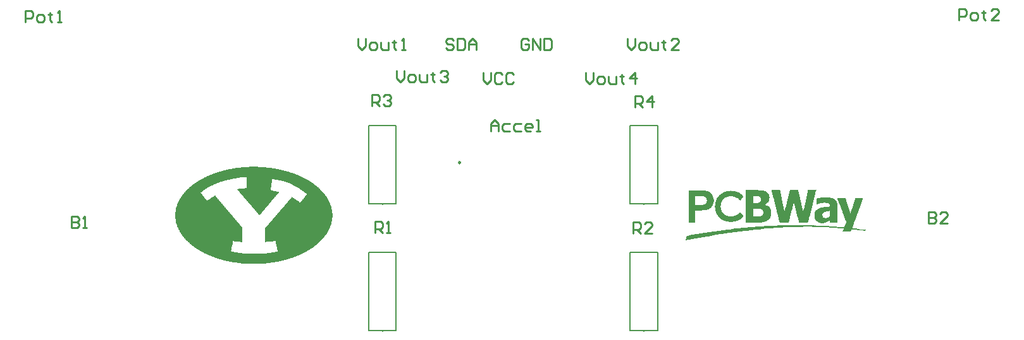
<source format=gbr>
%TF.GenerationSoftware,Altium Limited,Altium Designer,24.10.1 (45)*%
G04 Layer_Color=65535*
%FSLAX45Y45*%
%MOMM*%
%TF.SameCoordinates,6FDAC12A-6018-4021-8F52-C8B52F5C83F9*%
%TF.FilePolarity,Positive*%
%TF.FileFunction,Legend,Top*%
%TF.Part,Single*%
G01*
G75*
%TA.AperFunction,NonConductor*%
%ADD19C,0.25000*%
%ADD20C,0.20000*%
%ADD21C,0.25400*%
G36*
X11172943Y2450159D02*
X11213159D01*
Y2445691D01*
X11231033D01*
Y2441222D01*
X11244439D01*
Y2436754D01*
X11253376D01*
Y2432285D01*
X11266781D01*
Y2427817D01*
X11275719D01*
Y2423348D01*
X11284656D01*
Y2418880D01*
X11289124D01*
Y2414411D01*
X11298061D01*
Y2409943D01*
X11302530D01*
Y2405474D01*
X11311467D01*
Y2401006D01*
X11315935D01*
Y2396537D01*
X11320404D01*
Y2392069D01*
X11324872D01*
Y2383131D01*
X11329341D01*
Y2378663D01*
X11333809D01*
Y2374194D01*
X11338278D01*
Y2369726D01*
X11333809D01*
Y2365257D01*
X11329341D01*
Y2360789D01*
X11324872D01*
Y2356320D01*
X11320404D01*
Y2351852D01*
X11315935D01*
Y2347383D01*
X11311467D01*
Y2342915D01*
X11306998D01*
Y2338446D01*
X11302530D01*
Y2333978D01*
X11298061D01*
Y2329509D01*
X11293593D01*
Y2325041D01*
X11284656D01*
Y2329509D01*
X11280187D01*
Y2333978D01*
X11271250D01*
Y2338446D01*
X11266781D01*
Y2342915D01*
X11262313D01*
Y2347383D01*
X11257844D01*
Y2351852D01*
X11248907D01*
Y2356320D01*
X11239970D01*
Y2360789D01*
X11235502D01*
Y2365257D01*
X11222096D01*
Y2369726D01*
X11213159D01*
Y2374194D01*
X11190817D01*
Y2378663D01*
X11137194D01*
Y2374194D01*
X11114852D01*
Y2369726D01*
X11105915D01*
Y2365257D01*
X11096978D01*
Y2360789D01*
X11088041D01*
Y2356320D01*
X11083572D01*
Y2351852D01*
X11079104D01*
Y2347383D01*
X11070167D01*
Y2342915D01*
X11065698D01*
Y2338446D01*
X11061230D01*
Y2333978D01*
X11056761D01*
Y2329509D01*
X11052293D01*
Y2320572D01*
X11047824D01*
Y2316104D01*
X11043356D01*
Y2307167D01*
X11038887D01*
Y2298230D01*
X11034419D01*
Y2284824D01*
X11029950D01*
Y2258013D01*
X11025481D01*
Y2231202D01*
X11029950D01*
Y2204391D01*
X11034419D01*
Y2190985D01*
X11038887D01*
Y2182048D01*
X11043356D01*
Y2173111D01*
X11047824D01*
Y2164174D01*
X11052293D01*
Y2159706D01*
X11056761D01*
Y2155237D01*
X11061230D01*
Y2150769D01*
X11065698D01*
Y2146300D01*
X11070167D01*
Y2141831D01*
X11074635D01*
Y2137363D01*
X11079104D01*
Y2132894D01*
X11088041D01*
Y2128426D01*
X11092509D01*
Y2123957D01*
X11101446D01*
Y2119489D01*
X11114852D01*
Y2115020D01*
X11128257D01*
Y2110552D01*
X11199754D01*
Y2115020D01*
X11217628D01*
Y2119489D01*
X11231033D01*
Y2123957D01*
X11235502D01*
Y2128426D01*
X11244439D01*
Y2132894D01*
X11253376D01*
Y2137363D01*
X11257844D01*
Y2141831D01*
X11262313D01*
Y2146300D01*
X11266781D01*
Y2150769D01*
X11275719D01*
Y2155237D01*
X11280187D01*
Y2159706D01*
X11284656D01*
Y2164174D01*
X11289124D01*
Y2159706D01*
X11293593D01*
Y2155237D01*
X11298061D01*
Y2150769D01*
X11302530D01*
Y2146300D01*
X11306998D01*
Y2141831D01*
X11311467D01*
Y2137363D01*
X11315935D01*
Y2132894D01*
X11320404D01*
Y2128426D01*
X11324872D01*
Y2123957D01*
X11329341D01*
Y2119489D01*
X11333809D01*
Y2106083D01*
X11329341D01*
Y2101615D01*
X11324872D01*
Y2097146D01*
X11320404D01*
Y2092678D01*
X11311467D01*
Y2088209D01*
X11306998D01*
Y2083741D01*
X11302530D01*
Y2079272D01*
X11298061D01*
Y2074804D01*
X11293593D01*
Y2070335D01*
X11284656D01*
Y2065867D01*
X11280187D01*
Y2061398D01*
X11266781D01*
Y2056930D01*
X11262313D01*
Y2052461D01*
X11248907D01*
Y2047993D01*
X11235502D01*
Y2043524D01*
X11217628D01*
Y2039056D01*
X11190817D01*
Y2034587D01*
X11137194D01*
Y2039056D01*
X11110383D01*
Y2043524D01*
X11092509D01*
Y2047993D01*
X11079104D01*
Y2052461D01*
X11070167D01*
Y2056930D01*
X11061230D01*
Y2061398D01*
X11052293D01*
Y2065867D01*
X11043356D01*
Y2070335D01*
X11034419D01*
Y2074804D01*
X11029950D01*
Y2079272D01*
X11025481D01*
Y2083741D01*
X11021013D01*
Y2088209D01*
X11016544D01*
Y2092678D01*
X11012076D01*
Y2097146D01*
X11007607D01*
Y2101615D01*
X11003139D01*
Y2106083D01*
X10998670D01*
Y2110552D01*
X10994202D01*
Y2115020D01*
X10989733D01*
Y2123957D01*
X10985265D01*
Y2128426D01*
X10980796D01*
Y2132894D01*
X10976328D01*
Y2141831D01*
X10971859D01*
Y2150769D01*
X10967391D01*
Y2164174D01*
X10962922D01*
Y2177580D01*
X10958454D01*
Y2195454D01*
X10953985D01*
Y2231202D01*
X10949517D01*
Y2258013D01*
X10953985D01*
Y2293761D01*
X10958454D01*
Y2307167D01*
X10962922D01*
Y2325041D01*
X10967391D01*
Y2333978D01*
X10971859D01*
Y2342915D01*
X10976328D01*
Y2351852D01*
X10980796D01*
Y2356320D01*
X10985265D01*
Y2365257D01*
X10989733D01*
Y2369726D01*
X10994202D01*
Y2374194D01*
X10998670D01*
Y2378663D01*
X11003139D01*
Y2383131D01*
X11007607D01*
Y2392069D01*
X11012076D01*
Y2396537D01*
X11016544D01*
Y2401006D01*
X11021013D01*
Y2405474D01*
X11029950D01*
Y2409943D01*
X11034419D01*
Y2414411D01*
X11038887D01*
Y2418880D01*
X11047824D01*
Y2423348D01*
X11056761D01*
Y2427817D01*
X11065698D01*
Y2432285D01*
X11074635D01*
Y2436754D01*
X11088041D01*
Y2441222D01*
X11101446D01*
Y2445691D01*
X11114852D01*
Y2450159D01*
X11159537D01*
Y2454628D01*
X11172943D01*
Y2450159D01*
D02*
G37*
G36*
X12307946Y2454628D02*
X12303478D01*
Y2436754D01*
X12299009D01*
Y2418880D01*
X12294541D01*
Y2401006D01*
X12290072D01*
Y2383131D01*
X12285604D01*
Y2365257D01*
X12281135D01*
Y2347383D01*
X12276667D01*
Y2329509D01*
X12272198D01*
Y2307167D01*
X12267730D01*
Y2293761D01*
X12263261D01*
Y2275887D01*
X12258793D01*
Y2258013D01*
X12254324D01*
Y2240139D01*
X12249856D01*
Y2217796D01*
X12245387D01*
Y2199922D01*
X12240919D01*
Y2186517D01*
X12236450D01*
Y2168643D01*
X12231981D01*
Y2155237D01*
X12227513D01*
Y2137363D01*
X12223044D01*
Y2119489D01*
X12218576D01*
Y2101615D01*
X12214107D01*
Y2083741D01*
X12209639D01*
Y2061398D01*
X12205170D01*
Y2043524D01*
X12200702D01*
Y2030119D01*
X12196233D01*
Y2025650D01*
X12075583D01*
Y2039056D01*
X12071115D01*
Y2056930D01*
X12066646D01*
Y2074804D01*
X12062178D01*
Y2092678D01*
X12057709D01*
Y2110552D01*
X12053241D01*
Y2128426D01*
X12048772D01*
Y2146300D01*
X12044304D01*
Y2164174D01*
X12039835D01*
Y2182048D01*
X12035367D01*
Y2199922D01*
X12030898D01*
Y2217796D01*
X12026430D01*
Y2231202D01*
X12021961D01*
Y2253544D01*
X12017493D01*
Y2271419D01*
X12013024D01*
Y2280356D01*
X12008556D01*
Y2289293D01*
X12004087D01*
Y2275887D01*
X11999619D01*
Y2258013D01*
X11995150D01*
Y2244607D01*
X11990681D01*
Y2222265D01*
X11986213D01*
Y2204391D01*
X11981744D01*
Y2186517D01*
X11977276D01*
Y2168643D01*
X11972807D01*
Y2150769D01*
X11968339D01*
Y2132894D01*
X11963870D01*
Y2115020D01*
X11959402D01*
Y2097146D01*
X11954933D01*
Y2079272D01*
X11950465D01*
Y2056930D01*
X11945996D01*
Y2039056D01*
X11941528D01*
Y2025650D01*
X11820878D01*
Y2030119D01*
X11816409D01*
Y2047993D01*
X11811941D01*
Y2061398D01*
X11807472D01*
Y2083741D01*
X11803004D01*
Y2101615D01*
X11798535D01*
Y2119489D01*
X11794067D01*
Y2132894D01*
X11789598D01*
Y2146300D01*
X11785130D01*
Y2164174D01*
X11780661D01*
Y2182048D01*
X11776193D01*
Y2199922D01*
X11771724D01*
Y2217796D01*
X11767256D01*
Y2235670D01*
X11762787D01*
Y2253544D01*
X11758319D01*
Y2262481D01*
Y2266950D01*
Y2271419D01*
X11753850D01*
Y2293761D01*
X11749381D01*
Y2307167D01*
X11744913D01*
Y2329509D01*
X11740444D01*
Y2347383D01*
X11735976D01*
Y2360789D01*
X11731507D01*
Y2383131D01*
X11727039D01*
Y2401006D01*
X11722570D01*
Y2418880D01*
X11718102D01*
Y2427817D01*
X11713633D01*
Y2445691D01*
X11709165D01*
Y2463565D01*
X11820878D01*
Y2459096D01*
X11825346D01*
Y2436754D01*
X11829815D01*
Y2414411D01*
X11834283D01*
Y2392069D01*
X11838752D01*
Y2369726D01*
X11843220D01*
Y2347383D01*
X11847689D01*
Y2325041D01*
X11852157D01*
Y2302698D01*
X11856626D01*
Y2280356D01*
X11861094D01*
Y2258013D01*
X11865563D01*
Y2244607D01*
X11870031D01*
Y2222265D01*
X11874500D01*
Y2199922D01*
X11878969D01*
Y2177580D01*
X11883437D01*
Y2182048D01*
X11887906D01*
Y2199922D01*
X11892374D01*
Y2217796D01*
X11896843D01*
Y2235670D01*
X11901311D01*
Y2253544D01*
X11905780D01*
Y2271419D01*
X11910248D01*
Y2289293D01*
X11914717D01*
Y2311635D01*
X11919185D01*
Y2329509D01*
X11923654D01*
Y2347383D01*
X11928122D01*
Y2365257D01*
X11932591D01*
Y2383131D01*
X11937059D01*
Y2396537D01*
X11941528D01*
Y2414411D01*
X11945996D01*
Y2427817D01*
X11950465D01*
Y2445691D01*
X11954933D01*
Y2463565D01*
X12062178D01*
Y2459096D01*
X12066646D01*
Y2441222D01*
X12071115D01*
Y2423348D01*
X12075583D01*
Y2405474D01*
X12080052D01*
Y2383131D01*
X12084520D01*
Y2369726D01*
X12088989D01*
Y2351852D01*
X12093457D01*
Y2333978D01*
X12097926D01*
Y2316104D01*
X12102394D01*
Y2293761D01*
X12106863D01*
Y2275887D01*
X12111331D01*
Y2258013D01*
X12115800D01*
Y2240139D01*
X12120269D01*
Y2217796D01*
X12124737D01*
Y2199922D01*
X12129206D01*
Y2182048D01*
X12133674D01*
Y2177580D01*
X12138143D01*
Y2199922D01*
X12142611D01*
Y2222265D01*
X12147080D01*
Y2240139D01*
X12151548D01*
Y2262481D01*
X12156017D01*
Y2284824D01*
X12160485D01*
Y2298230D01*
X12164954D01*
Y2320572D01*
X12169422D01*
Y2338446D01*
X12173891D01*
Y2360789D01*
X12178359D01*
Y2383131D01*
X12182828D01*
Y2405474D01*
X12187296D01*
Y2423348D01*
X12191765D01*
Y2445691D01*
X12196233D01*
Y2463565D01*
X12307946D01*
Y2454628D01*
D02*
G37*
G36*
X12933539Y2342915D02*
X12929070D01*
Y2329509D01*
X12924602D01*
Y2316104D01*
X12920132D01*
Y2302698D01*
X12915665D01*
Y2289293D01*
X12911195D01*
Y2280356D01*
X12906728D01*
Y2266950D01*
X12902258D01*
Y2253544D01*
X12897791D01*
Y2244607D01*
X12893323D01*
Y2231202D01*
X12888853D01*
Y2222265D01*
X12884386D01*
Y2208859D01*
X12879916D01*
Y2195454D01*
X12875449D01*
Y2182048D01*
X12870979D01*
Y2173111D01*
X12866512D01*
Y2159706D01*
X12862044D01*
Y2146300D01*
X12857574D01*
Y2132894D01*
X12853107D01*
Y2119489D01*
X12848637D01*
Y2110552D01*
X12844170D01*
Y2097146D01*
X12839700D01*
Y2083741D01*
X12835231D01*
Y2070335D01*
X12830763D01*
Y2061398D01*
X12826294D01*
Y2047993D01*
X12821826D01*
Y2039056D01*
X12817357D01*
Y2030119D01*
X12812889D01*
Y2016713D01*
X12808420D01*
Y2003307D01*
X12803952D01*
Y1989902D01*
X12799483D01*
Y1976496D01*
X12795015D01*
Y1967559D01*
X12790546D01*
Y1949685D01*
X12817357D01*
Y1945217D01*
X12853107D01*
Y1940748D01*
X12888853D01*
Y1936280D01*
X12929070D01*
Y1931811D01*
X12969287D01*
Y1927343D01*
X12964819D01*
Y1922874D01*
X12960350D01*
Y1918406D01*
X12942476D01*
Y1922874D01*
X12893323D01*
Y1927343D01*
X12857574D01*
Y1931811D01*
X12808420D01*
Y1936280D01*
X12803952D01*
Y1931811D01*
X12795015D01*
Y1936280D01*
X12781609D01*
Y1931811D01*
X12777141D01*
Y1913937D01*
X12772672D01*
Y1905000D01*
X12660959D01*
Y1913937D01*
X12665428D01*
Y1927343D01*
X12669896D01*
Y1936280D01*
X12674365D01*
Y1945217D01*
X12647554D01*
Y1949685D01*
X12589463D01*
Y1954154D01*
X12540309D01*
Y1958622D01*
X12482219D01*
Y1963091D01*
X12392848D01*
Y1967559D01*
X12254324D01*
Y1972028D01*
X12138143D01*
Y1967559D01*
X11977276D01*
Y1963091D01*
X11861094D01*
Y1958622D01*
X11794067D01*
Y1954154D01*
X11735976D01*
Y1949685D01*
X11664480D01*
Y1945217D01*
X11610857D01*
Y1940748D01*
X11566172D01*
Y1936280D01*
X11517019D01*
Y1931811D01*
X11463396D01*
Y1927343D01*
X11441054D01*
Y1922874D01*
X11405306D01*
Y1918406D01*
X11360620D01*
Y1913937D01*
X11320404D01*
Y1909469D01*
X11293593D01*
Y1905000D01*
X11253376D01*
Y1900531D01*
X11213159D01*
Y1896063D01*
X11186348D01*
Y1891594D01*
X11155069D01*
Y1887126D01*
X11119320D01*
Y1882657D01*
X11092509D01*
Y1878189D01*
X11065698D01*
Y1873720D01*
X11034419D01*
Y1869252D01*
X11003139D01*
Y1864783D01*
X10976328D01*
Y1860315D01*
X10949517D01*
Y1855846D01*
X10918237D01*
Y1851378D01*
X10891426D01*
Y1846909D01*
X10878020D01*
Y1842441D01*
X10846741D01*
Y1837972D01*
X10819930D01*
Y1833504D01*
X10797587D01*
Y1829035D01*
X10770776D01*
Y1824567D01*
X10743965D01*
Y1820098D01*
X10721622D01*
Y1815630D01*
X10703748D01*
Y1811161D01*
X10672469D01*
Y1806693D01*
X10650126D01*
Y1802224D01*
X10627783D01*
Y1797756D01*
X10596504D01*
Y1793287D01*
X10578630D01*
Y1788819D01*
X10560756D01*
Y1802224D01*
X10565224D01*
Y1824567D01*
X10569693D01*
Y1842441D01*
X10574161D01*
Y1846909D01*
X10583098D01*
Y1851378D01*
X10605441D01*
Y1855846D01*
X10627783D01*
Y1860315D01*
X10659063D01*
Y1864783D01*
X10681406D01*
Y1869252D01*
X10703748D01*
Y1873720D01*
X10735028D01*
Y1878189D01*
X10766307D01*
Y1882657D01*
X10788650D01*
Y1887126D01*
X10819930D01*
Y1891594D01*
X10851209D01*
Y1896063D01*
X10878020D01*
Y1900531D01*
X10904831D01*
Y1905000D01*
X10940580D01*
Y1909469D01*
X10971859D01*
Y1913937D01*
X11003139D01*
Y1918406D01*
X11034419D01*
Y1922874D01*
X11061230D01*
Y1927343D01*
X11092509D01*
Y1931811D01*
X11128257D01*
Y1936280D01*
X11172943D01*
Y1940748D01*
X11204222D01*
Y1945217D01*
X11208691D01*
Y1940748D01*
X11213159D01*
Y1945217D01*
X11244439D01*
Y1949685D01*
X11298061D01*
Y1954154D01*
X11342746D01*
Y1958622D01*
X11387431D01*
Y1963091D01*
X11432117D01*
Y1967559D01*
X11494676D01*
Y1972028D01*
X11552767D01*
Y1976496D01*
X11610857D01*
Y1980965D01*
X11695759D01*
Y1985433D01*
X11785130D01*
Y1989902D01*
X11919185D01*
Y1994370D01*
X12173891D01*
Y1989902D01*
X12290072D01*
Y1985433D01*
X12294541D01*
Y1989902D01*
X12303478D01*
Y1985433D01*
X12397317D01*
Y1980965D01*
X12477750D01*
Y1976496D01*
X12531372D01*
Y1972028D01*
X12580526D01*
Y1967559D01*
X12643085D01*
Y1963091D01*
X12683302D01*
Y1967559D01*
X12687770D01*
Y1980965D01*
X12692239D01*
Y1994370D01*
X12696707D01*
Y2003307D01*
X12701176D01*
Y2016713D01*
X12705644D01*
Y2025650D01*
X12710113D01*
Y2039056D01*
X12705644D01*
Y2052461D01*
X12701176D01*
Y2061398D01*
X12696707D01*
Y2074804D01*
X12692239D01*
Y2088209D01*
X12687770D01*
Y2101615D01*
X12683302D01*
Y2110552D01*
X12678833D01*
Y2123957D01*
X12674365D01*
Y2132894D01*
X12669896D01*
Y2146300D01*
X12665428D01*
Y2155237D01*
X12660959D01*
Y2168643D01*
X12656491D01*
Y2182048D01*
X12652022D01*
Y2195454D01*
X12647554D01*
Y2204391D01*
X12643085D01*
Y2217796D01*
X12638617D01*
Y2226733D01*
X12634148D01*
Y2240139D01*
X12629680D01*
Y2253544D01*
X12625211D01*
Y2266950D01*
X12620743D01*
Y2275887D01*
X12616274D01*
Y2289293D01*
X12611806D01*
Y2302698D01*
X12607337D01*
Y2316104D01*
X12602869D01*
Y2325041D01*
X12598400D01*
Y2333978D01*
X12593931D01*
Y2347383D01*
X12589463D01*
Y2356320D01*
X12696707D01*
Y2351852D01*
X12701176D01*
Y2338446D01*
X12705644D01*
Y2325041D01*
X12710113D01*
Y2307167D01*
X12714581D01*
Y2293761D01*
X12719050D01*
Y2280356D01*
X12723519D01*
Y2266950D01*
X12727987D01*
Y2253544D01*
X12732456D01*
Y2240139D01*
X12736924D01*
Y2226733D01*
X12741393D01*
Y2213328D01*
X12745861D01*
Y2199922D01*
X12750330D01*
Y2190985D01*
X12754798D01*
Y2177580D01*
X12759267D01*
Y2164174D01*
X12763735D01*
Y2155237D01*
X12768204D01*
Y2159706D01*
X12772672D01*
Y2177580D01*
X12777141D01*
Y2190985D01*
X12781609D01*
Y2204391D01*
X12786078D01*
Y2217796D01*
X12790546D01*
Y2231202D01*
X12795015D01*
Y2249076D01*
X12799483D01*
Y2262481D01*
X12803952D01*
Y2275887D01*
X12808420D01*
Y2289293D01*
X12812889D01*
Y2307167D01*
X12817357D01*
Y2320572D01*
X12821826D01*
Y2333978D01*
X12826294D01*
Y2342915D01*
X12830763D01*
Y2356320D01*
X12933539D01*
Y2342915D01*
D02*
G37*
G36*
X12468813Y2360789D02*
X12500093D01*
Y2356320D01*
X12517967D01*
Y2351852D01*
X12531372D01*
Y2347383D01*
X12540309D01*
Y2342915D01*
X12549246D01*
Y2338446D01*
X12553715D01*
Y2333978D01*
X12562652D01*
Y2329509D01*
X12567120D01*
Y2325041D01*
X12571589D01*
Y2320572D01*
X12576057D01*
Y2311635D01*
X12580526D01*
Y2302698D01*
X12584994D01*
Y2289293D01*
X12589463D01*
Y2266950D01*
X12593931D01*
Y2025650D01*
X12491156D01*
Y2034587D01*
Y2039056D01*
Y2056930D01*
X12486687D01*
Y2052461D01*
X12477750D01*
Y2047993D01*
X12473281D01*
Y2043524D01*
X12468813D01*
Y2039056D01*
X12459876D01*
Y2034587D01*
X12450939D01*
Y2030119D01*
X12442002D01*
Y2025650D01*
X12433065D01*
Y2021181D01*
X12415191D01*
Y2016713D01*
X12366037D01*
Y2021181D01*
X12348163D01*
Y2025650D01*
X12339226D01*
Y2030119D01*
X12330289D01*
Y2034587D01*
X12325820D01*
Y2039056D01*
X12321352D01*
Y2043524D01*
X12312415D01*
Y2047993D01*
X12307946D01*
Y2052461D01*
X12303478D01*
Y2061398D01*
X12299009D01*
Y2065867D01*
X12294541D01*
Y2074804D01*
X12290072D01*
Y2092678D01*
X12285604D01*
Y2150769D01*
X12290072D01*
Y2168643D01*
X12294541D01*
Y2177580D01*
X12299009D01*
Y2182048D01*
X12303478D01*
Y2190985D01*
X12312415D01*
Y2195454D01*
X12316883D01*
Y2199922D01*
X12321352D01*
Y2204391D01*
X12325820D01*
Y2208859D01*
X12334757D01*
Y2213328D01*
X12343694D01*
Y2217796D01*
X12352631D01*
Y2222265D01*
X12366037D01*
Y2226733D01*
X12383911D01*
Y2231202D01*
X12406254D01*
Y2235670D01*
X12433065D01*
Y2240139D01*
X12482219D01*
Y2244607D01*
X12491156D01*
Y2262481D01*
X12486687D01*
Y2271419D01*
X12482219D01*
Y2275887D01*
X12477750D01*
Y2280356D01*
X12473281D01*
Y2284824D01*
X12459876D01*
Y2289293D01*
X12428596D01*
Y2293761D01*
X12401785D01*
Y2289293D01*
X12374974D01*
Y2284824D01*
X12357100D01*
Y2280356D01*
X12343694D01*
Y2275887D01*
X12330289D01*
Y2271419D01*
X12321352D01*
Y2266950D01*
X12316883D01*
Y2271419D01*
X12312415D01*
Y2347383D01*
X12316883D01*
Y2351852D01*
X12334757D01*
Y2356320D01*
X12361569D01*
Y2360789D01*
X12397317D01*
Y2365257D01*
X12468813D01*
Y2360789D01*
D02*
G37*
G36*
X11534893Y2459096D02*
X11592983D01*
Y2454628D01*
X11610857D01*
Y2450159D01*
X11624263D01*
Y2445691D01*
X11633200D01*
Y2441222D01*
X11637669D01*
Y2436754D01*
X11646606D01*
Y2432285D01*
X11651074D01*
Y2427817D01*
X11655543D01*
Y2423348D01*
X11660011D01*
Y2418880D01*
X11664480D01*
Y2414411D01*
X11668948D01*
Y2405474D01*
X11673417D01*
Y2392069D01*
X11677885D01*
Y2369726D01*
X11682354D01*
Y2351852D01*
X11677885D01*
Y2329509D01*
X11673417D01*
Y2316104D01*
X11668948D01*
Y2307167D01*
X11664480D01*
Y2298230D01*
X11660011D01*
Y2293761D01*
X11655543D01*
Y2289293D01*
X11651074D01*
Y2284824D01*
X11646606D01*
Y2280356D01*
X11637669D01*
Y2275887D01*
X11633200D01*
Y2271419D01*
X11624263D01*
Y2262481D01*
X11637669D01*
Y2258013D01*
X11651074D01*
Y2253544D01*
X11660011D01*
Y2249076D01*
X11664480D01*
Y2244607D01*
X11673417D01*
Y2240139D01*
X11677885D01*
Y2235670D01*
X11682354D01*
Y2231202D01*
X11686822D01*
Y2222265D01*
X11691291D01*
Y2217796D01*
X11695759D01*
Y2204391D01*
X11700228D01*
Y2106083D01*
X11695759D01*
Y2097146D01*
X11691291D01*
Y2088209D01*
X11686822D01*
Y2083741D01*
X11682354D01*
Y2074804D01*
X11677885D01*
Y2070335D01*
X11673417D01*
Y2065867D01*
X11668948D01*
Y2061398D01*
X11664480D01*
Y2056930D01*
X11655543D01*
Y2052461D01*
X11651074D01*
Y2047993D01*
X11642137D01*
Y2043524D01*
X11633200D01*
Y2039056D01*
X11619794D01*
Y2034587D01*
X11606389D01*
Y2030119D01*
X11584046D01*
Y2025650D01*
X11360620D01*
Y2459096D01*
X11365089D01*
Y2463565D01*
X11534893D01*
Y2459096D01*
D02*
G37*
G36*
X10828867Y2450159D02*
X10851209D01*
Y2445691D01*
X10864615D01*
Y2441222D01*
X10873552D01*
Y2436754D01*
X10882489D01*
Y2432285D01*
X10886957D01*
Y2427817D01*
X10891426D01*
Y2423348D01*
X10895894D01*
Y2418880D01*
X10900363D01*
Y2414411D01*
X10904831D01*
Y2409943D01*
X10909300D01*
Y2405474D01*
X10913769D01*
Y2401006D01*
X10918237D01*
Y2392069D01*
X10922706D01*
Y2378663D01*
X10927174D01*
Y2365257D01*
X10931643D01*
Y2338446D01*
X10936111D01*
Y2307167D01*
X10931643D01*
Y2280356D01*
X10927174D01*
Y2266950D01*
X10922706D01*
Y2258013D01*
X10918237D01*
Y2249076D01*
X10913769D01*
Y2244607D01*
X10909300D01*
Y2235670D01*
X10904831D01*
Y2231202D01*
X10900363D01*
Y2226733D01*
X10895894D01*
Y2222265D01*
X10891426D01*
Y2217796D01*
X10882489D01*
Y2213328D01*
X10878020D01*
Y2208859D01*
X10869083D01*
Y2204391D01*
X10860146D01*
Y2199922D01*
X10851209D01*
Y2195454D01*
X10833335D01*
Y2190985D01*
X10775244D01*
Y2186517D01*
X10690343D01*
Y2025650D01*
X10605441D01*
Y2052461D01*
Y2056930D01*
Y2454628D01*
X10828867D01*
Y2450159D01*
D02*
G37*
G36*
X4840062Y2771284D02*
X4899916D01*
Y2767959D01*
X4903242D01*
Y2771284D01*
X4906567D01*
Y2767959D01*
X4949795D01*
Y2764634D01*
X4979722D01*
Y2761309D01*
X5002999D01*
Y2757983D01*
X5022950D01*
Y2754658D01*
X5049552D01*
Y2751333D01*
X5069503D01*
Y2748008D01*
X5089455D01*
Y2744682D01*
X5102756D01*
Y2741357D01*
X5116057D01*
Y2738032D01*
X5136008D01*
Y2734707D01*
X5149309D01*
Y2731381D01*
X5165935D01*
Y2728056D01*
X5175911D01*
Y2724731D01*
X5185887D01*
Y2721406D01*
X5202513D01*
Y2718080D01*
X5215814D01*
Y2714755D01*
X5225790D01*
Y2711430D01*
X5235765D01*
Y2708105D01*
X5249066D01*
Y2704780D01*
X5259042D01*
Y2701454D01*
X5269018D01*
Y2698129D01*
X5278993D01*
Y2694804D01*
X5285644D01*
Y2691479D01*
X5298945D01*
Y2688153D01*
X5308921D01*
Y2684828D01*
X5318896D01*
Y2681503D01*
X5325547D01*
Y2678178D01*
X5332197D01*
Y2674852D01*
X5342173D01*
Y2671527D01*
X5352149D01*
Y2668202D01*
X5362124D01*
Y2664877D01*
X5365450D01*
Y2661551D01*
X5375425D01*
Y2658226D01*
X5382076D01*
Y2654901D01*
X5392051D01*
Y2651576D01*
X5398702D01*
Y2648250D01*
X5405352D01*
Y2644925D01*
X5412003D01*
Y2641600D01*
X5421978D01*
Y2638275D01*
X5428629D01*
Y2634950D01*
X5431954D01*
Y2631624D01*
X5438605D01*
Y2628299D01*
X5448580D01*
Y2624974D01*
X5455231D01*
Y2621649D01*
X5461881D01*
Y2618323D01*
X5465206D01*
Y2614998D01*
X5471857D01*
Y2611673D01*
X5478507D01*
Y2608348D01*
X5485158D01*
Y2605022D01*
X5491808D01*
Y2601697D01*
X5495134D01*
Y2598372D01*
X5501784D01*
Y2595047D01*
X5508435D01*
Y2591722D01*
X5515085D01*
Y2588396D01*
X5518410D01*
Y2585071D01*
X5525061D01*
Y2581746D01*
X5528386D01*
Y2578421D01*
X5535037D01*
Y2575095D01*
X5541687D01*
Y2571770D01*
X5545012D01*
Y2568445D01*
X5548337D01*
Y2565120D01*
X5554988D01*
Y2561794D01*
X5558313D01*
Y2558469D01*
X5564964D01*
Y2555144D01*
X5568289D01*
Y2551819D01*
X5571614D01*
Y2548494D01*
X5578265D01*
Y2545168D01*
X5584915D01*
Y2541843D01*
X5588240D01*
Y2538518D01*
X5591566D01*
Y2535193D01*
X5594891D01*
Y2531867D01*
X5601541D01*
Y2528542D01*
X5604867D01*
Y2525217D01*
X5608192D01*
Y2521892D01*
X5611517D01*
Y2518566D01*
X5618168D01*
Y2515241D01*
X5621493D01*
Y2511916D01*
X5624818D01*
Y2508591D01*
X5628143D01*
Y2505265D01*
X5631469D01*
Y2501940D01*
X5638119D01*
Y2498615D01*
X5641444D01*
Y2495290D01*
X5644769D01*
Y2491965D01*
X5648095D01*
Y2488639D01*
X5651420D01*
Y2485314D01*
X5654745D01*
Y2481989D01*
X5658070D01*
Y2478664D01*
X5661396D01*
Y2475338D01*
X5664721D01*
Y2472013D01*
X5668046D01*
Y2468688D01*
X5671371D01*
Y2465363D01*
X5674697D01*
Y2462037D01*
X5678022D01*
Y2458712D01*
X5681347D01*
Y2455387D01*
X5684672D01*
Y2452062D01*
X5687998D01*
Y2448736D01*
X5691323D01*
Y2445411D01*
X5694648D01*
Y2442086D01*
X5697973D01*
Y2438761D01*
X5701298D01*
Y2435435D01*
X5704624D01*
Y2432110D01*
X5707949D01*
Y2428785D01*
X5711274D01*
Y2422135D01*
X5714599D01*
Y2418809D01*
X5717925D01*
Y2415484D01*
X5721250D01*
Y2412159D01*
X5724575D01*
Y2405508D01*
X5727900D01*
Y2402183D01*
X5731226D01*
Y2398858D01*
X5734551D01*
Y2392207D01*
X5737876D01*
Y2388882D01*
X5741201D01*
Y2385557D01*
X5744526D01*
Y2378906D01*
X5747852D01*
Y2375581D01*
X5751177D01*
Y2372256D01*
X5754502D01*
Y2365605D01*
X5757827D01*
Y2362280D01*
X5761153D01*
Y2355630D01*
X5764478D01*
Y2348979D01*
X5767803D01*
Y2342329D01*
X5771128D01*
Y2339003D01*
X5774454D01*
Y2332353D01*
X5777779D01*
Y2325703D01*
X5781104D01*
Y2319052D01*
X5784429D01*
Y2312402D01*
X5787754D01*
Y2305751D01*
X5791080D01*
Y2299101D01*
X5794405D01*
Y2289125D01*
X5797730D01*
Y2282474D01*
X5801055D01*
Y2275824D01*
X5804381D01*
Y2265848D01*
X5807706D01*
Y2255873D01*
X5811031D01*
Y2242572D01*
X5814356D01*
Y2232596D01*
X5817682D01*
Y2219295D01*
X5821007D01*
Y2205994D01*
X5824332D01*
Y2186043D01*
X5827657D01*
Y2152790D01*
X5830983D01*
Y2092936D01*
X5827657D01*
Y2059684D01*
X5824332D01*
Y2039732D01*
X5821007D01*
Y2023106D01*
X5817682D01*
Y2013130D01*
X5814356D01*
Y2003155D01*
X5811031D01*
Y1989854D01*
X5807706D01*
Y1979878D01*
X5804381D01*
Y1969902D01*
X5801055D01*
Y1963252D01*
X5797730D01*
Y1956601D01*
X5794405D01*
Y1946626D01*
X5791080D01*
Y1939975D01*
X5787754D01*
Y1933325D01*
X5784429D01*
Y1926674D01*
X5781104D01*
Y1920024D01*
X5777779D01*
Y1913373D01*
X5774454D01*
Y1906723D01*
X5771128D01*
Y1903398D01*
X5767803D01*
Y1896747D01*
X5764478D01*
Y1890097D01*
X5761153D01*
Y1886771D01*
X5757827D01*
Y1880121D01*
X5754502D01*
Y1873470D01*
X5751177D01*
Y1870145D01*
X5747852D01*
Y1866820D01*
X5744526D01*
Y1860170D01*
X5741201D01*
Y1856844D01*
X5737876D01*
Y1853519D01*
X5734551D01*
Y1846869D01*
X5731226D01*
Y1843543D01*
X5727900D01*
Y1840218D01*
X5724575D01*
Y1833568D01*
X5721250D01*
Y1830242D01*
X5717925D01*
Y1826917D01*
X5714599D01*
Y1823592D01*
X5711274D01*
Y1816942D01*
X5707949D01*
Y1813616D01*
X5704624D01*
Y1810291D01*
X5701298D01*
Y1806966D01*
X5697973D01*
Y1803641D01*
X5694648D01*
Y1800315D01*
X5691323D01*
Y1796990D01*
X5687998D01*
Y1793665D01*
X5684672D01*
Y1790340D01*
X5681347D01*
Y1787014D01*
X5678022D01*
Y1783689D01*
X5674697D01*
Y1780364D01*
X5671371D01*
Y1777039D01*
X5668046D01*
Y1773713D01*
X5664721D01*
Y1770388D01*
X5661396D01*
Y1767063D01*
X5658070D01*
Y1763738D01*
X5654745D01*
Y1760412D01*
X5651420D01*
Y1757087D01*
X5648095D01*
Y1753762D01*
X5644769D01*
Y1750437D01*
X5641444D01*
Y1747112D01*
X5634794D01*
Y1743786D01*
X5631469D01*
Y1740461D01*
X5628143D01*
Y1737136D01*
X5624818D01*
Y1733811D01*
X5621493D01*
Y1730485D01*
X5618168D01*
Y1727160D01*
X5611517D01*
Y1723835D01*
X5608192D01*
Y1720510D01*
X5604867D01*
Y1717184D01*
X5598216D01*
Y1713859D01*
X5594891D01*
Y1710534D01*
X5591566D01*
Y1707209D01*
X5588240D01*
Y1703883D01*
X5581590D01*
Y1700558D01*
X5578265D01*
Y1697233D01*
X5571614D01*
Y1693908D01*
X5568289D01*
Y1690582D01*
X5564964D01*
Y1687257D01*
X5558313D01*
Y1683932D01*
X5554988D01*
Y1680607D01*
X5548337D01*
Y1677281D01*
X5545012D01*
Y1673956D01*
X5538362D01*
Y1670631D01*
X5535037D01*
Y1667306D01*
X5528386D01*
Y1663980D01*
X5521736D01*
Y1660655D01*
X5518410D01*
Y1657330D01*
X5511760D01*
Y1654005D01*
X5505109D01*
Y1650680D01*
X5498459D01*
Y1647354D01*
X5495134D01*
Y1644029D01*
X5491808D01*
Y1640704D01*
X5485158D01*
Y1637379D01*
X5478507D01*
Y1634053D01*
X5471857D01*
Y1630728D01*
X5465206D01*
Y1627403D01*
X5458556D01*
Y1624078D01*
X5451906D01*
Y1620752D01*
X5445255D01*
Y1617427D01*
X5438605D01*
Y1614102D01*
X5431954D01*
Y1610777D01*
X5428629D01*
Y1607451D01*
X5418653D01*
Y1604126D01*
X5412003D01*
Y1600801D01*
X5405352D01*
Y1597476D01*
X5398702D01*
Y1594150D01*
X5392051D01*
Y1590825D01*
X5382076D01*
Y1587500D01*
X5372100D01*
Y1584175D01*
X5365450D01*
Y1580850D01*
X5358799D01*
Y1577524D01*
X5352149D01*
Y1574199D01*
X5342173D01*
Y1570874D01*
X5332197D01*
Y1567549D01*
X5325547D01*
Y1564223D01*
X5315571D01*
Y1560898D01*
X5308921D01*
Y1557573D01*
X5298945D01*
Y1554248D01*
X5285644D01*
Y1550922D01*
X5278993D01*
Y1547597D01*
X5269018D01*
Y1544272D01*
X5259042D01*
Y1540947D01*
X5245741D01*
Y1537622D01*
X5235765D01*
Y1534296D01*
X5225790D01*
Y1530971D01*
X5215814D01*
Y1527646D01*
X5202513D01*
Y1524321D01*
X5185887D01*
Y1520995D01*
X5175911D01*
Y1517670D01*
X5165935D01*
Y1514345D01*
X5149309D01*
Y1511020D01*
X5132683D01*
Y1507694D01*
X5116057D01*
Y1504369D01*
X5102756D01*
Y1501044D01*
X5086130D01*
Y1497719D01*
X5066178D01*
Y1494394D01*
X5042902D01*
Y1491068D01*
X5019625D01*
Y1487743D01*
X5002999D01*
Y1484418D01*
X4976397D01*
Y1481093D01*
X4946470D01*
Y1477767D01*
X4903242D01*
Y1474442D01*
X4840062D01*
Y1471117D01*
X4720354D01*
Y1474442D01*
X4717028D01*
Y1471117D01*
X4713703D01*
Y1474442D01*
X4657174D01*
Y1477767D01*
X4610621D01*
Y1481093D01*
X4580694D01*
Y1484418D01*
X4557417D01*
Y1487743D01*
X4537466D01*
Y1491068D01*
X4510864D01*
Y1494394D01*
X4490912D01*
Y1497719D01*
X4470961D01*
Y1501044D01*
X4454335D01*
Y1504369D01*
X4444359D01*
Y1507694D01*
X4424407D01*
Y1511020D01*
X4407781D01*
Y1514345D01*
X4394480D01*
Y1517670D01*
X4384505D01*
Y1520995D01*
X4371204D01*
Y1524321D01*
X4357903D01*
Y1527646D01*
X4344602D01*
Y1530971D01*
X4331301D01*
Y1534296D01*
X4321325D01*
Y1537622D01*
X4311350D01*
Y1540947D01*
X4298049D01*
Y1544272D01*
X4288073D01*
Y1547597D01*
X4278097D01*
Y1550922D01*
X4271447D01*
Y1554248D01*
X4261471D01*
Y1557573D01*
X4251495D01*
Y1560898D01*
X4241520D01*
Y1564223D01*
X4234869D01*
Y1567549D01*
X4224893D01*
Y1570874D01*
X4218243D01*
Y1574199D01*
X4208267D01*
Y1577524D01*
X4198292D01*
Y1580850D01*
X4191641D01*
Y1584175D01*
X4184991D01*
Y1587500D01*
X4178340D01*
Y1590825D01*
X4168364D01*
Y1594150D01*
X4161714D01*
Y1597476D01*
X4155063D01*
Y1600801D01*
X4148413D01*
Y1604126D01*
X4138437D01*
Y1607451D01*
X4131787D01*
Y1610777D01*
X4125136D01*
Y1614102D01*
X4118486D01*
Y1617427D01*
X4111835D01*
Y1620752D01*
X4105185D01*
Y1624078D01*
X4098534D01*
Y1627403D01*
X4095209D01*
Y1630728D01*
X4088559D01*
Y1634053D01*
X4081908D01*
Y1637379D01*
X4075258D01*
Y1640704D01*
X4068607D01*
Y1644029D01*
X4065282D01*
Y1647354D01*
X4058631D01*
Y1650680D01*
X4051981D01*
Y1654005D01*
X4045330D01*
Y1657330D01*
X4042005D01*
Y1660655D01*
X4035355D01*
Y1663980D01*
X4032030D01*
Y1667306D01*
X4025379D01*
Y1670631D01*
X4018729D01*
Y1673956D01*
X4015403D01*
Y1677281D01*
X4008753D01*
Y1680607D01*
X4005428D01*
Y1683932D01*
X3998777D01*
Y1687257D01*
X3995452D01*
Y1690582D01*
X3988802D01*
Y1693908D01*
X3985476D01*
Y1697233D01*
X3982151D01*
Y1700558D01*
X3975501D01*
Y1703883D01*
X3972175D01*
Y1707209D01*
X3968850D01*
Y1710534D01*
X3962200D01*
Y1713859D01*
X3958874D01*
Y1717184D01*
X3955549D01*
Y1720510D01*
X3948899D01*
Y1723835D01*
X3945574D01*
Y1727160D01*
X3942248D01*
Y1730485D01*
X3938923D01*
Y1733811D01*
X3932273D01*
Y1737136D01*
X3928947D01*
Y1740461D01*
X3925622D01*
Y1743786D01*
X3922297D01*
Y1747112D01*
X3918972D01*
Y1750437D01*
X3915646D01*
Y1753762D01*
X3912321D01*
Y1757087D01*
X3908996D01*
Y1760412D01*
X3902346D01*
Y1763738D01*
X3899020D01*
Y1767063D01*
X3895695D01*
Y1770388D01*
X3892370D01*
Y1777039D01*
X3885719D01*
Y1780364D01*
X3882394D01*
Y1783689D01*
X3879069D01*
Y1787014D01*
X3875744D01*
Y1790340D01*
X3872418D01*
Y1793665D01*
X3869093D01*
Y1796990D01*
X3865768D01*
Y1803641D01*
X3862443D01*
Y1806966D01*
X3859117D01*
Y1810291D01*
X3855792D01*
Y1813616D01*
X3852467D01*
Y1816942D01*
X3849142D01*
Y1820267D01*
X3845816D01*
Y1826917D01*
X3842491D01*
Y1830242D01*
X3839166D01*
Y1833568D01*
X3835841D01*
Y1836893D01*
X3832515D01*
Y1840218D01*
X3829190D01*
Y1846869D01*
X3825865D01*
Y1850194D01*
X3822540D01*
Y1853519D01*
X3819215D01*
Y1860170D01*
X3815889D01*
Y1863495D01*
X3812564D01*
Y1870145D01*
X3809239D01*
Y1873470D01*
X3805914D01*
Y1876796D01*
X3802588D01*
Y1883446D01*
X3799263D01*
Y1890097D01*
X3795938D01*
Y1893422D01*
X3792613D01*
Y1900072D01*
X3789287D01*
Y1903398D01*
X3785962D01*
Y1913373D01*
X3782637D01*
Y1920024D01*
X3779312D01*
Y1923349D01*
X3775986D01*
Y1929999D01*
X3772661D01*
Y1936650D01*
X3769336D01*
Y1946626D01*
X3766011D01*
Y1953276D01*
X3762685D01*
Y1959926D01*
X3759360D01*
Y1966577D01*
X3756035D01*
Y1976553D01*
X3752710D01*
Y1989854D01*
X3749384D01*
Y1996504D01*
X3746059D01*
Y2006480D01*
X3742734D01*
Y2019781D01*
X3739409D01*
Y2033082D01*
X3736083D01*
Y2049708D01*
X3732758D01*
Y2076310D01*
X3729433D01*
Y2169417D01*
X3732758D01*
Y2196018D01*
X3736083D01*
Y2212645D01*
X3739409D01*
Y2225946D01*
X3742734D01*
Y2239246D01*
X3746059D01*
Y2249222D01*
X3749384D01*
Y2259198D01*
X3752710D01*
Y2269174D01*
X3756035D01*
Y2279149D01*
X3759360D01*
Y2285800D01*
X3762685D01*
Y2292450D01*
X3766011D01*
Y2302426D01*
X3769336D01*
Y2309076D01*
X3772661D01*
Y2315727D01*
X3775986D01*
Y2322377D01*
X3779312D01*
Y2329028D01*
X3782637D01*
Y2335678D01*
X3785962D01*
Y2342329D01*
X3789287D01*
Y2345654D01*
X3792613D01*
Y2352304D01*
X3795938D01*
Y2358955D01*
X3799263D01*
Y2362280D01*
X3802588D01*
Y2368931D01*
X3805914D01*
Y2372256D01*
X3809239D01*
Y2375581D01*
X3812564D01*
Y2382232D01*
X3815889D01*
Y2388882D01*
X3819215D01*
Y2392207D01*
X3822540D01*
Y2395533D01*
X3825865D01*
Y2398858D01*
X3829190D01*
Y2405508D01*
X3832515D01*
Y2408834D01*
X3835841D01*
Y2415484D01*
X3839166D01*
Y2418809D01*
X3842491D01*
Y2422135D01*
X3845816D01*
Y2425460D01*
X3849142D01*
Y2428785D01*
X3852467D01*
Y2432110D01*
X3855792D01*
Y2435435D01*
X3859117D01*
Y2438761D01*
X3862443D01*
Y2445411D01*
X3865768D01*
Y2448736D01*
X3869093D01*
Y2452062D01*
X3872418D01*
Y2455387D01*
X3875744D01*
Y2458712D01*
X3879069D01*
Y2462037D01*
X3882394D01*
Y2465363D01*
X3885719D01*
Y2468688D01*
X3889045D01*
Y2472013D01*
X3892370D01*
Y2475338D01*
X3895695D01*
Y2478664D01*
X3899020D01*
Y2481989D01*
X3902346D01*
Y2485314D01*
X3908996D01*
Y2491965D01*
X3912321D01*
Y2495290D01*
X3915646D01*
Y2498615D01*
X3922297D01*
Y2501940D01*
X3925622D01*
Y2505265D01*
X3928947D01*
Y2508591D01*
X3932273D01*
Y2511916D01*
X3935598D01*
Y2515241D01*
X3942248D01*
Y2518566D01*
X3945574D01*
Y2521892D01*
X3948899D01*
Y2525217D01*
X3952224D01*
Y2528542D01*
X3958874D01*
Y2531867D01*
X3962200D01*
Y2535193D01*
X3965525D01*
Y2538518D01*
X3972175D01*
Y2541843D01*
X3975501D01*
Y2545168D01*
X3978826D01*
Y2548494D01*
X3985476D01*
Y2551819D01*
X3988802D01*
Y2555144D01*
X3992127D01*
Y2558469D01*
X3998777D01*
Y2561794D01*
X4005428D01*
Y2565120D01*
X4008753D01*
Y2568445D01*
X4015403D01*
Y2571770D01*
X4018729D01*
Y2575095D01*
X4022054D01*
Y2578421D01*
X4028704D01*
Y2581746D01*
X4035355D01*
Y2585071D01*
X4038680D01*
Y2588396D01*
X4045330D01*
Y2591722D01*
X4051981D01*
Y2595047D01*
X4058631D01*
Y2598372D01*
X4061957D01*
Y2601697D01*
X4068607D01*
Y2605022D01*
X4071932D01*
Y2608348D01*
X4078583D01*
Y2611673D01*
X4088559D01*
Y2614998D01*
X4091884D01*
Y2618323D01*
X4098534D01*
Y2621649D01*
X4105185D01*
Y2624974D01*
X4111835D01*
Y2628299D01*
X4118486D01*
Y2631624D01*
X4125136D01*
Y2634950D01*
X4131787D01*
Y2638275D01*
X4138437D01*
Y2641600D01*
X4145088D01*
Y2644925D01*
X4151738D01*
Y2648250D01*
X4158389D01*
Y2651576D01*
X4168364D01*
Y2654901D01*
X4175015D01*
Y2658226D01*
X4184991D01*
Y2661551D01*
X4191641D01*
Y2664877D01*
X4198292D01*
Y2668202D01*
X4208267D01*
Y2671527D01*
X4214918D01*
Y2674852D01*
X4224893D01*
Y2678178D01*
X4231544D01*
Y2681503D01*
X4241520D01*
Y2684828D01*
X4251495D01*
Y2688153D01*
X4261471D01*
Y2691479D01*
X4271447D01*
Y2694804D01*
X4278097D01*
Y2698129D01*
X4288073D01*
Y2701454D01*
X4301374D01*
Y2704780D01*
X4311350D01*
Y2708105D01*
X4321325D01*
Y2711430D01*
X4331301D01*
Y2714755D01*
X4344602D01*
Y2718080D01*
X4357903D01*
Y2721406D01*
X4371204D01*
Y2724731D01*
X4384505D01*
Y2728056D01*
X4394480D01*
Y2731381D01*
X4407781D01*
Y2734707D01*
X4424407D01*
Y2738032D01*
X4441034D01*
Y2741357D01*
X4454335D01*
Y2744682D01*
X4470961D01*
Y2748008D01*
X4487587D01*
Y2751333D01*
X4507538D01*
Y2754658D01*
X4534140D01*
Y2757983D01*
X4554092D01*
Y2761309D01*
X4577369D01*
Y2764634D01*
X4607296D01*
Y2767959D01*
X4643873D01*
Y2771284D01*
X4717028D01*
Y2774610D01*
X4840062D01*
Y2771284D01*
D02*
G37*
%LPC*%
G36*
X12491156Y2182048D02*
X12482219D01*
Y2177580D01*
X12442002D01*
Y2173111D01*
X12424128D01*
Y2168643D01*
X12410722D01*
Y2164174D01*
X12406254D01*
Y2159706D01*
X12401785D01*
Y2155237D01*
X12397317D01*
Y2150769D01*
X12392848D01*
Y2141831D01*
X12388380D01*
Y2115020D01*
X12392848D01*
Y2106083D01*
X12397317D01*
Y2097146D01*
X12406254D01*
Y2092678D01*
X12419659D01*
Y2088209D01*
X12450939D01*
Y2092678D01*
X12468813D01*
Y2097146D01*
X12473281D01*
Y2101615D01*
X12482219D01*
Y2106083D01*
X12486687D01*
Y2110552D01*
X12491156D01*
Y2182048D01*
D02*
G37*
G36*
X11525956Y2383131D02*
X11472333D01*
Y2378663D01*
X11467865D01*
Y2289293D01*
X11534893D01*
Y2293761D01*
X11548298D01*
Y2298230D01*
X11552767D01*
Y2302698D01*
X11557235D01*
Y2307167D01*
X11561704D01*
Y2316104D01*
X11566172D01*
Y2333978D01*
X11570641D01*
Y2342915D01*
X11566172D01*
Y2356320D01*
X11561704D01*
Y2365257D01*
X11557235D01*
Y2369726D01*
X11552767D01*
Y2374194D01*
X11543830D01*
Y2378663D01*
X11525956D01*
Y2383131D01*
D02*
G37*
G36*
X11557235Y2213328D02*
X11467865D01*
Y2106083D01*
X11552767D01*
Y2110552D01*
X11566172D01*
Y2115020D01*
X11575109D01*
Y2119489D01*
X11584046D01*
Y2123957D01*
X11588515D01*
Y2132894D01*
X11592983D01*
Y2146300D01*
X11597452D01*
Y2177580D01*
X11592983D01*
Y2190985D01*
X11588515D01*
Y2195454D01*
X11584046D01*
Y2199922D01*
X11579578D01*
Y2204391D01*
X11570641D01*
Y2208859D01*
X11557235D01*
Y2213328D01*
D02*
G37*
G36*
X10793119Y2383131D02*
X10690343D01*
Y2262481D01*
X10793119D01*
Y2266950D01*
X10810993D01*
Y2271419D01*
X10819930D01*
Y2275887D01*
X10824398D01*
Y2280356D01*
X10828867D01*
Y2284824D01*
X10833335D01*
Y2289293D01*
X10837804D01*
Y2298230D01*
X10842272D01*
Y2311635D01*
X10846741D01*
Y2316104D01*
Y2333978D01*
X10842272D01*
Y2347383D01*
X10837804D01*
Y2356320D01*
X10833335D01*
Y2360789D01*
X10828867D01*
Y2365257D01*
X10824398D01*
Y2369726D01*
X10815461D01*
Y2374194D01*
X10806524D01*
Y2378663D01*
X10793119D01*
Y2383131D01*
D02*
G37*
G36*
X4680451Y2638275D02*
X4653849D01*
Y2634950D01*
X4613946D01*
Y2631624D01*
X4593995D01*
Y2628299D01*
X4564068D01*
Y2624974D01*
X4547441D01*
Y2621649D01*
X4530815D01*
Y2618323D01*
X4510864D01*
Y2614998D01*
X4494237D01*
Y2611673D01*
X4474286D01*
Y2608348D01*
X4460985D01*
Y2605022D01*
X4447684D01*
Y2601697D01*
X4431058D01*
Y2598372D01*
X4421082D01*
Y2595047D01*
X4407781D01*
Y2591722D01*
X4397806D01*
Y2588396D01*
X4384505D01*
Y2585071D01*
X4374529D01*
Y2581746D01*
X4357903D01*
Y2578421D01*
X4351252D01*
Y2575095D01*
X4341277D01*
Y2571770D01*
X4331301D01*
Y2568445D01*
X4321325D01*
Y2565120D01*
X4311350D01*
Y2561794D01*
X4301374D01*
Y2558469D01*
X4294723D01*
Y2555144D01*
X4288073D01*
Y2551819D01*
X4278097D01*
Y2548494D01*
X4268122D01*
Y2545168D01*
X4261471D01*
Y2541843D01*
X4254821D01*
Y2538518D01*
X4244845D01*
Y2535193D01*
X4241520D01*
Y2531867D01*
X4231544D01*
Y2528542D01*
X4224893D01*
Y2525217D01*
X4218243D01*
Y2521892D01*
X4211592D01*
Y2518566D01*
X4201617D01*
Y2515241D01*
X4194966D01*
Y2511916D01*
X4191641D01*
Y2508591D01*
X4184991D01*
Y2505265D01*
X4178340D01*
Y2501940D01*
X4171690D01*
Y2498615D01*
X4168364D01*
Y2495290D01*
X4161714D01*
Y2491965D01*
X4158389D01*
Y2488639D01*
X4151738D01*
Y2485314D01*
X4145088D01*
Y2481989D01*
X4138437D01*
Y2478664D01*
X4135112D01*
Y2475338D01*
X4131787D01*
Y2472013D01*
X4125136D01*
Y2468688D01*
X4118486D01*
Y2465363D01*
X4115160D01*
Y2462037D01*
X4111835D01*
Y2458712D01*
X4108510D01*
Y2455387D01*
X4098534D01*
Y2452062D01*
X4095209D01*
Y2448736D01*
X4091884D01*
Y2445411D01*
X4088559D01*
Y2442086D01*
X4081908D01*
Y2438761D01*
X4078583D01*
Y2435435D01*
X4075258D01*
Y2432110D01*
X4071932D01*
Y2428785D01*
X4068607D01*
Y2422135D01*
X4071932D01*
Y2418809D01*
X4075258D01*
Y2415484D01*
X4078583D01*
Y2412159D01*
X4081908D01*
Y2405508D01*
X4085233D01*
Y2402183D01*
X4088559D01*
Y2398858D01*
X4091884D01*
Y2392207D01*
X4095209D01*
Y2388882D01*
X4098534D01*
Y2385557D01*
X4101860D01*
Y2382232D01*
X4105185D01*
Y2378906D01*
X4108510D01*
Y2375581D01*
X4111835D01*
Y2372256D01*
X4115160D01*
Y2365605D01*
X4118486D01*
Y2358955D01*
X4125136D01*
Y2352304D01*
X4128461D01*
Y2348979D01*
X4131787D01*
Y2342329D01*
X4135112D01*
Y2339003D01*
X4138437D01*
Y2335678D01*
X4141762D01*
Y2332353D01*
X4145088D01*
Y2329028D01*
X4148413D01*
Y2322377D01*
X4158389D01*
Y2325703D01*
X4161714D01*
Y2329028D01*
X4168364D01*
Y2332353D01*
X4171690D01*
Y2335678D01*
X4175015D01*
Y2339003D01*
X4181665D01*
Y2342329D01*
X4188316D01*
Y2345654D01*
X4191641D01*
Y2348979D01*
X4198292D01*
Y2352304D01*
X4201617D01*
Y2355630D01*
X4208267D01*
Y2358955D01*
X4211592D01*
Y2362280D01*
X4218243D01*
Y2365605D01*
X4224893D01*
Y2368931D01*
X4231544D01*
Y2372256D01*
X4234869D01*
Y2375581D01*
X4241520D01*
Y2378906D01*
X4251495D01*
Y2382232D01*
X4254821D01*
Y2385557D01*
X4264796D01*
Y2382232D01*
X4268122D01*
Y2378906D01*
X4271447D01*
Y2375581D01*
X4274772D01*
Y2372256D01*
X4278097D01*
Y2365605D01*
X4281422D01*
Y2362280D01*
X4284748D01*
Y2358955D01*
X4288073D01*
Y2352304D01*
X4291398D01*
Y2348979D01*
X4294723D01*
Y2345654D01*
X4298049D01*
Y2342329D01*
X4301374D01*
Y2339003D01*
X4304699D01*
Y2335678D01*
X4308024D01*
Y2329028D01*
X4311350D01*
Y2325703D01*
X4314675D01*
Y2322377D01*
X4318000D01*
Y2319052D01*
X4321325D01*
Y2315727D01*
X4324650D01*
Y2312402D01*
X4327976D01*
Y2309076D01*
X4331301D01*
Y2305751D01*
X4334626D01*
Y2299101D01*
X4337951D01*
Y2295775D01*
X4341277D01*
Y2292450D01*
X4344602D01*
Y2289125D01*
X4347927D01*
Y2282474D01*
X4351252D01*
Y2279149D01*
X4354578D01*
Y2275824D01*
X4357903D01*
Y2269174D01*
X4364553D01*
Y2265848D01*
X4367878D01*
Y2259198D01*
X4371204D01*
Y2255873D01*
X4374529D01*
Y2249222D01*
X4381179D01*
Y2245897D01*
X4384505D01*
Y2239246D01*
X4387830D01*
Y2235921D01*
X4391155D01*
Y2232596D01*
X4394480D01*
Y2229271D01*
X4397806D01*
Y2225946D01*
X4401131D01*
Y2219295D01*
X4404456D01*
Y2215970D01*
X4407781D01*
Y2212645D01*
X4411106D01*
Y2209319D01*
X4414432D01*
Y2205994D01*
X4417757D01*
Y2202669D01*
X4421082D01*
Y2199344D01*
X4424407D01*
Y2192693D01*
X4427733D01*
Y2189368D01*
X4431058D01*
Y2186043D01*
X4434383D01*
Y2179392D01*
X4437708D01*
Y2176067D01*
X4441034D01*
Y2172742D01*
X4444359D01*
Y2169417D01*
X4447684D01*
Y2166091D01*
X4451009D01*
Y2159441D01*
X4454335D01*
Y2156116D01*
X4457660D01*
Y2152790D01*
X4460985D01*
Y2149465D01*
X4464310D01*
Y2146140D01*
X4467636D01*
Y2142815D01*
X4470961D01*
Y2139489D01*
X4474286D01*
Y2136164D01*
X4477611D01*
Y2132839D01*
X4480937D01*
Y2126189D01*
X4484262D01*
Y2122863D01*
X4487587D01*
Y2119538D01*
X4490912D01*
Y2116213D01*
X4494237D01*
Y2112888D01*
X4497563D01*
Y2106237D01*
X4500888D01*
Y2102912D01*
X4504213D01*
Y2099587D01*
X4507538D01*
Y2096261D01*
X4510864D01*
Y2092936D01*
X4514189D01*
Y2086286D01*
X4517514D01*
Y2082960D01*
X4520839D01*
Y2079635D01*
X4524165D01*
Y2076310D01*
X4527490D01*
Y2072985D01*
X4530815D01*
Y2066334D01*
X4534140D01*
Y2063009D01*
X4537466D01*
Y2059684D01*
X4540791D01*
Y2056358D01*
X4544116D01*
Y2049708D01*
X4547441D01*
Y2046383D01*
X4550767D01*
Y2043057D01*
X4554092D01*
Y2039732D01*
X4557417D01*
Y2036407D01*
X4560742D01*
Y2033082D01*
X4564068D01*
Y2029757D01*
X4567393D01*
Y2023106D01*
X4570718D01*
Y2019781D01*
X4574043D01*
Y2016456D01*
X4577369D01*
Y2013130D01*
X4580694D01*
Y2009805D01*
X4584019D01*
Y2006480D01*
X4587344D01*
Y2003155D01*
X4590669D01*
Y1996504D01*
X4593995D01*
Y1993179D01*
X4597320D01*
Y1989854D01*
X4600645D01*
Y1986528D01*
X4603970D01*
Y1983203D01*
X4607296D01*
Y1976553D01*
X4610621D01*
Y1973227D01*
X4613946D01*
Y1969902D01*
X4617271D01*
Y1966577D01*
X4620597D01*
Y1963252D01*
X4623922D01*
Y1763738D01*
X4600645D01*
Y1767063D01*
X4567393D01*
Y1770388D01*
X4544116D01*
Y1773713D01*
X4510864D01*
Y1777039D01*
X4500888D01*
Y1770388D01*
X4497563D01*
Y1743786D01*
X4494237D01*
Y1730485D01*
X4490912D01*
Y1720510D01*
X4487587D01*
Y1707209D01*
X4484262D01*
Y1683932D01*
X4480937D01*
Y1663980D01*
X4477611D01*
Y1650680D01*
X4474286D01*
Y1640704D01*
X4480937D01*
Y1637379D01*
X4494237D01*
Y1634053D01*
X4510864D01*
Y1630728D01*
X4527490D01*
Y1627403D01*
X4547441D01*
Y1624078D01*
X4564068D01*
Y1620752D01*
X4577369D01*
Y1617427D01*
X4620597D01*
Y1614102D01*
X4643873D01*
Y1610777D01*
X4697077D01*
Y1607451D01*
X4863339D01*
Y1610777D01*
X4923193D01*
Y1614102D01*
X4953120D01*
Y1617427D01*
X4993023D01*
Y1620752D01*
X5009649D01*
Y1624078D01*
X5026275D01*
Y1627403D01*
X5049552D01*
Y1630728D01*
X5066178D01*
Y1634053D01*
X5092780D01*
Y1637379D01*
X5096105D01*
Y1657330D01*
X5092780D01*
Y1677281D01*
X5089455D01*
Y1693908D01*
X5086130D01*
Y1703883D01*
X5082804D01*
Y1717184D01*
X5079479D01*
Y1737136D01*
X5076154D01*
Y1753762D01*
X5072829D01*
Y1763738D01*
X5069503D01*
Y1777039D01*
X5036251D01*
Y1773713D01*
X5006324D01*
Y1770388D01*
X4986373D01*
Y1767063D01*
X4946470D01*
Y1763738D01*
X4933169D01*
Y1953276D01*
X4936494D01*
Y1959926D01*
X4939819D01*
Y1963252D01*
X4943145D01*
Y1966577D01*
X4946470D01*
Y1969902D01*
X4949795D01*
Y1973227D01*
X4953120D01*
Y1979878D01*
X4956446D01*
Y1983203D01*
X4959771D01*
Y1986528D01*
X4963096D01*
Y1989854D01*
X4966421D01*
Y1993179D01*
X4969746D01*
Y1996504D01*
X4973072D01*
Y2003155D01*
X4976397D01*
Y2006480D01*
X4979722D01*
Y2009805D01*
X4983047D01*
Y2013130D01*
X4986373D01*
Y2019781D01*
X4989698D01*
Y2023106D01*
X4993023D01*
Y2026431D01*
X4996348D01*
Y2029757D01*
X4999674D01*
Y2033082D01*
X5002999D01*
Y2036407D01*
X5006324D01*
Y2043057D01*
X5012974D01*
Y2049708D01*
X5016300D01*
Y2053033D01*
X5019625D01*
Y2056358D01*
X5022950D01*
Y2059684D01*
X5026275D01*
Y2063009D01*
X5029601D01*
Y2066334D01*
X5032926D01*
Y2072985D01*
X5036251D01*
Y2076310D01*
X5039576D01*
Y2079635D01*
X5042902D01*
Y2082960D01*
X5046227D01*
Y2086286D01*
X5049552D01*
Y2092936D01*
X5052877D01*
Y2096261D01*
X5056202D01*
Y2099587D01*
X5059528D01*
Y2102912D01*
X5062853D01*
Y2106237D01*
X5066178D01*
Y2112888D01*
X5069503D01*
Y2116213D01*
X5072829D01*
Y2119538D01*
X5076154D01*
Y2122863D01*
X5079479D01*
Y2126189D01*
X5082804D01*
Y2129514D01*
X5086130D01*
Y2136164D01*
X5089455D01*
Y2139489D01*
X5092780D01*
Y2142815D01*
X5096105D01*
Y2146140D01*
X5099430D01*
Y2149465D01*
X5102756D01*
Y2152790D01*
X5106081D01*
Y2156116D01*
X5109406D01*
Y2159441D01*
X5112731D01*
Y2166091D01*
X5116057D01*
Y2169417D01*
X5119382D01*
Y2172742D01*
X5122707D01*
Y2176067D01*
X5126032D01*
Y2179392D01*
X5129358D01*
Y2186043D01*
X5132683D01*
Y2189368D01*
X5136008D01*
Y2192693D01*
X5139333D01*
Y2196018D01*
X5142659D01*
Y2202669D01*
X5145984D01*
Y2205994D01*
X5149309D01*
Y2209319D01*
X5152634D01*
Y2212645D01*
X5155960D01*
Y2215970D01*
X5159285D01*
Y2219295D01*
X5162610D01*
Y2225946D01*
X5165935D01*
Y2229271D01*
X5169260D01*
Y2232596D01*
X5172586D01*
Y2235921D01*
X5175911D01*
Y2239246D01*
X5179236D01*
Y2242572D01*
X5182561D01*
Y2245897D01*
X5185887D01*
Y2249222D01*
X5189212D01*
Y2252547D01*
X5192537D01*
Y2259198D01*
X5195862D01*
Y2262523D01*
X5199188D01*
Y2265848D01*
X5202513D01*
Y2269174D01*
X5205838D01*
Y2275824D01*
X5209163D01*
Y2279149D01*
X5215814D01*
Y2285800D01*
X5219139D01*
Y2289125D01*
X5222464D01*
Y2295775D01*
X5229115D01*
Y2299101D01*
X5232440D01*
Y2305751D01*
X5235765D01*
Y2309076D01*
X5239091D01*
Y2312402D01*
X5242416D01*
Y2315727D01*
X5245741D01*
Y2322377D01*
X5249066D01*
Y2325703D01*
X5252392D01*
Y2329028D01*
X5255717D01*
Y2332353D01*
X5259042D01*
Y2335678D01*
X5262367D01*
Y2342329D01*
X5269018D01*
Y2345654D01*
X5272343D01*
Y2352304D01*
X5275668D01*
Y2355630D01*
X5278993D01*
Y2358955D01*
X5282319D01*
Y2362280D01*
X5285644D01*
Y2368931D01*
X5295620D01*
Y2365605D01*
X5298945D01*
Y2362280D01*
X5305595D01*
Y2358955D01*
X5308921D01*
Y2355630D01*
X5315571D01*
Y2352304D01*
X5318896D01*
Y2348979D01*
X5322222D01*
Y2345654D01*
X5328872D01*
Y2342329D01*
X5335522D01*
Y2339003D01*
X5338848D01*
Y2335678D01*
X5345498D01*
Y2332353D01*
X5348823D01*
Y2329028D01*
X5355474D01*
Y2325703D01*
X5358799D01*
Y2322377D01*
X5365450D01*
Y2315727D01*
X5372100D01*
Y2312402D01*
X5378750D01*
Y2309076D01*
X5382076D01*
Y2305751D01*
X5385401D01*
Y2302426D01*
X5388726D01*
Y2299101D01*
X5392051D01*
Y2295775D01*
X5402027D01*
Y2299101D01*
X5405352D01*
Y2302426D01*
X5408678D01*
Y2305751D01*
X5412003D01*
Y2312402D01*
X5415328D01*
Y2315727D01*
X5418653D01*
Y2319052D01*
X5421978D01*
Y2325703D01*
X5425304D01*
Y2329028D01*
X5428629D01*
Y2332353D01*
X5431954D01*
Y2339003D01*
X5435279D01*
Y2342329D01*
X5441930D01*
Y2348979D01*
X5445255D01*
Y2355630D01*
X5448580D01*
Y2358955D01*
X5451906D01*
Y2362280D01*
X5455231D01*
Y2365605D01*
X5458556D01*
Y2368931D01*
X5461881D01*
Y2372256D01*
X5465206D01*
Y2378906D01*
X5468532D01*
Y2382232D01*
X5471857D01*
Y2385557D01*
X5475182D01*
Y2388882D01*
X5478507D01*
Y2392207D01*
X5481833D01*
Y2395533D01*
X5485158D01*
Y2402183D01*
X5488483D01*
Y2408834D01*
X5485158D01*
Y2412159D01*
X5481833D01*
Y2415484D01*
X5478507D01*
Y2418809D01*
X5475182D01*
Y2422135D01*
X5468532D01*
Y2425460D01*
X5465206D01*
Y2428785D01*
X5461881D01*
Y2432110D01*
X5458556D01*
Y2435435D01*
X5455231D01*
Y2438761D01*
X5448580D01*
Y2442086D01*
X5445255D01*
Y2445411D01*
X5441930D01*
Y2448736D01*
X5438605D01*
Y2452062D01*
X5431954D01*
Y2455387D01*
X5428629D01*
Y2458712D01*
X5421978D01*
Y2462037D01*
X5418653D01*
Y2465363D01*
X5415328D01*
Y2468688D01*
X5405352D01*
Y2472013D01*
X5402027D01*
Y2475338D01*
X5398702D01*
Y2478664D01*
X5392051D01*
Y2481989D01*
X5388726D01*
Y2485314D01*
X5382076D01*
Y2488639D01*
X5378750D01*
Y2491965D01*
X5372100D01*
Y2495290D01*
X5365450D01*
Y2498615D01*
X5362124D01*
Y2501940D01*
X5355474D01*
Y2505265D01*
X5348823D01*
Y2508591D01*
X5342173D01*
Y2511916D01*
X5338848D01*
Y2515241D01*
X5332197D01*
Y2518566D01*
X5322222D01*
Y2521892D01*
X5315571D01*
Y2525217D01*
X5312246D01*
Y2528542D01*
X5305595D01*
Y2531867D01*
X5295620D01*
Y2535193D01*
X5288969D01*
Y2538518D01*
X5282319D01*
Y2541843D01*
X5275668D01*
Y2545168D01*
X5272343D01*
Y2548494D01*
X5259042D01*
Y2551819D01*
X5255717D01*
Y2555144D01*
X5242416D01*
Y2558469D01*
X5235765D01*
Y2561794D01*
X5232440D01*
Y2565120D01*
X5215814D01*
Y2568445D01*
X5205838D01*
Y2571770D01*
X5195862D01*
Y2575095D01*
X5189212D01*
Y2578421D01*
X5182561D01*
Y2581746D01*
X5165935D01*
Y2585071D01*
X5152634D01*
Y2588396D01*
X5139333D01*
Y2591722D01*
X5129358D01*
Y2595047D01*
X5109406D01*
Y2598372D01*
X5096105D01*
Y2601697D01*
X5072829D01*
Y2605022D01*
X5056202D01*
Y2608348D01*
X5029601D01*
Y2611673D01*
X5026275D01*
Y2608348D01*
X5022950D01*
Y2591722D01*
X5019625D01*
Y2555144D01*
X5016300D01*
Y2531867D01*
X5012974D01*
Y2518566D01*
X5009649D01*
Y2498615D01*
X5006324D01*
Y2485314D01*
X5002999D01*
Y2462037D01*
X5009649D01*
Y2458712D01*
X5019625D01*
Y2455387D01*
X5039576D01*
Y2452062D01*
X5052877D01*
Y2448736D01*
X5069503D01*
Y2445411D01*
X5082804D01*
Y2442086D01*
X5092780D01*
Y2438761D01*
X5116057D01*
Y2432110D01*
X5112731D01*
Y2425460D01*
X5109406D01*
Y2422135D01*
X5106081D01*
Y2418809D01*
X5102756D01*
Y2415484D01*
X5099430D01*
Y2412159D01*
X5096105D01*
Y2408834D01*
X5092780D01*
Y2405508D01*
X5089455D01*
Y2398858D01*
X5086130D01*
Y2395533D01*
X5082804D01*
Y2392207D01*
X5079479D01*
Y2385557D01*
X5076154D01*
Y2382232D01*
X5069503D01*
Y2375581D01*
X5066178D01*
Y2372256D01*
X5062853D01*
Y2368931D01*
X5059528D01*
Y2365605D01*
X5056202D01*
Y2362280D01*
X5052877D01*
Y2355630D01*
X5049552D01*
Y2352304D01*
X5046227D01*
Y2345654D01*
X5042902D01*
Y2342329D01*
X5036251D01*
Y2339003D01*
X5032926D01*
Y2332353D01*
X5029601D01*
Y2329028D01*
X5026275D01*
Y2325703D01*
X5022950D01*
Y2322377D01*
X5019625D01*
Y2319052D01*
X5016300D01*
Y2312402D01*
X5012974D01*
Y2309076D01*
X5009649D01*
Y2305751D01*
X5006324D01*
Y2302426D01*
X5002999D01*
Y2295775D01*
X4999674D01*
Y2292450D01*
X4996348D01*
Y2289125D01*
X4993023D01*
Y2285800D01*
X4989698D01*
Y2282474D01*
X4986373D01*
Y2275824D01*
X4983047D01*
Y2272499D01*
X4979722D01*
Y2269174D01*
X4976397D01*
Y2265848D01*
X4973072D01*
Y2262523D01*
X4969746D01*
Y2255873D01*
X4966421D01*
Y2252547D01*
X4963096D01*
Y2249222D01*
X4956446D01*
Y2242572D01*
X4953120D01*
Y2239246D01*
X4949795D01*
Y2232596D01*
X4946470D01*
Y2229271D01*
X4943145D01*
Y2225946D01*
X4939819D01*
Y2222620D01*
X4936494D01*
Y2219295D01*
X4933169D01*
Y2212645D01*
X4929844D01*
Y2209319D01*
X4926518D01*
Y2205994D01*
X4923193D01*
Y2202669D01*
X4919868D01*
Y2196018D01*
X4916543D01*
Y2192693D01*
X4913217D01*
Y2189368D01*
X4909892D01*
Y2186043D01*
X4906567D01*
Y2182718D01*
X4903242D01*
Y2176067D01*
X4896591D01*
Y2169417D01*
X4893266D01*
Y2166091D01*
X4889941D01*
Y2162766D01*
X4886615D01*
Y2156116D01*
X4883290D01*
Y2152790D01*
X4876640D01*
Y2146140D01*
X4873315D01*
Y2139489D01*
X4866664D01*
Y2136164D01*
X4863339D01*
Y2129514D01*
X4860014D01*
Y2126189D01*
X4853363D01*
Y2129514D01*
X4850038D01*
Y2132839D01*
X4846713D01*
Y2136164D01*
X4843387D01*
Y2139489D01*
X4840062D01*
Y2142815D01*
X4836737D01*
Y2146140D01*
X4833412D01*
Y2149465D01*
X4830086D01*
Y2152790D01*
X4826761D01*
Y2159441D01*
X4823436D01*
Y2162766D01*
X4820111D01*
Y2166091D01*
X4816785D01*
Y2169417D01*
X4813460D01*
Y2172742D01*
X4810135D01*
Y2179392D01*
X4806810D01*
Y2182718D01*
X4803484D01*
Y2186043D01*
X4800159D01*
Y2189368D01*
X4796834D01*
Y2196018D01*
X4793509D01*
Y2199344D01*
X4790183D01*
Y2202669D01*
X4783533D01*
Y2209319D01*
X4780208D01*
Y2215970D01*
X4773557D01*
Y2219295D01*
X4770232D01*
Y2222620D01*
X4766907D01*
Y2229271D01*
X4763582D01*
Y2232596D01*
X4760256D01*
Y2235921D01*
X4756931D01*
Y2239246D01*
X4753606D01*
Y2242572D01*
X4750281D01*
Y2245897D01*
X4746955D01*
Y2252547D01*
X4743630D01*
Y2255873D01*
X4740305D01*
Y2259198D01*
X4736980D01*
Y2262523D01*
X4733654D01*
Y2265848D01*
X4730329D01*
Y2269174D01*
X4727004D01*
Y2272499D01*
X4723679D01*
Y2275824D01*
X4720354D01*
Y2279149D01*
X4717028D01*
Y2285800D01*
X4713703D01*
Y2289125D01*
X4710378D01*
Y2292450D01*
X4707053D01*
Y2295775D01*
X4703727D01*
Y2299101D01*
X4700402D01*
Y2305751D01*
X4697077D01*
Y2309076D01*
X4693752D01*
Y2312402D01*
X4690426D01*
Y2315727D01*
X4687101D01*
Y2319052D01*
X4683776D01*
Y2325703D01*
X4680451D01*
Y2329028D01*
X4677126D01*
Y2332353D01*
X4673800D01*
Y2335678D01*
X4670475D01*
Y2339003D01*
X4667150D01*
Y2342329D01*
X4663825D01*
Y2345654D01*
X4660499D01*
Y2348979D01*
X4657174D01*
Y2352304D01*
X4653849D01*
Y2358955D01*
X4650524D01*
Y2362280D01*
X4647198D01*
Y2365605D01*
X4643873D01*
Y2368931D01*
X4640548D01*
Y2372256D01*
X4637223D01*
Y2378906D01*
X4633898D01*
Y2382232D01*
X4630572D01*
Y2385557D01*
X4627247D01*
Y2388882D01*
X4623922D01*
Y2392207D01*
X4620597D01*
Y2398858D01*
X4617271D01*
Y2402183D01*
X4613946D01*
Y2405508D01*
X4610621D01*
Y2408834D01*
X4607296D01*
Y2412159D01*
X4603970D01*
Y2418809D01*
X4600645D01*
Y2422135D01*
X4597320D01*
Y2425460D01*
X4593995D01*
Y2428785D01*
X4590669D01*
Y2432110D01*
X4587344D01*
Y2438761D01*
X4584019D01*
Y2442086D01*
X4580694D01*
Y2445411D01*
X4577369D01*
Y2448736D01*
X4574043D01*
Y2452062D01*
X4570718D01*
Y2455387D01*
X4567393D01*
Y2458712D01*
X4564068D01*
Y2462037D01*
X4560742D01*
Y2465363D01*
X4557417D01*
Y2475338D01*
X4570718D01*
Y2478664D01*
X4593995D01*
Y2481989D01*
X4620597D01*
Y2485314D01*
X4653849D01*
Y2488639D01*
X4680451D01*
Y2491965D01*
X4687101D01*
Y2505265D01*
X4683776D01*
Y2611673D01*
X4680451D01*
Y2638275D01*
D02*
G37*
%LPD*%
D19*
X7543600Y2832100D02*
G03*
X7543600Y2832100I-12500J0D01*
G01*
D20*
X10000000Y1626600D02*
Y1634100D01*
Y569100D02*
Y576600D01*
X9815000D02*
X10185000D01*
Y1626600D01*
X9815000D02*
X10185000D01*
X9815000Y576600D02*
Y1626600D01*
X6500000D02*
Y1634100D01*
Y569100D02*
Y576600D01*
X6315000D02*
X6685000D01*
Y1626600D01*
X6315000D02*
X6685000D01*
X6315000Y576600D02*
Y1626600D01*
X6500000Y3326600D02*
Y3334100D01*
Y2269100D02*
Y2276600D01*
X6315000D02*
X6685000D01*
Y3326600D01*
X6315000D02*
X6685000D01*
X6315000Y2276600D02*
Y3326600D01*
X10000000D02*
Y3334100D01*
Y2269100D02*
Y2276600D01*
X9815000D02*
X10185000D01*
Y3326600D01*
X9815000D02*
X10185000D01*
X9815000Y2276600D02*
Y3326600D01*
D21*
X13809541Y2173075D02*
Y2020725D01*
X13885716D01*
X13911108Y2046117D01*
Y2071508D01*
X13885716Y2096900D01*
X13809541D01*
X13885716D01*
X13911108Y2122292D01*
Y2147684D01*
X13885716Y2173075D01*
X13809541D01*
X14063458Y2020725D02*
X13961893D01*
X14063458Y2122292D01*
Y2147684D01*
X14038068Y2173075D01*
X13987283D01*
X13961893Y2147684D01*
X7950307Y3251225D02*
Y3352792D01*
X8001090Y3403575D01*
X8051874Y3352792D01*
Y3251225D01*
Y3327400D01*
X7950307D01*
X8204225Y3352792D02*
X8128050D01*
X8102658Y3327400D01*
Y3276617D01*
X8128050Y3251225D01*
X8204225D01*
X8356576Y3352792D02*
X8280400D01*
X8255008Y3327400D01*
Y3276617D01*
X8280400Y3251225D01*
X8356576D01*
X8483534D02*
X8432751D01*
X8407359Y3276617D01*
Y3327400D01*
X8432751Y3352792D01*
X8483534D01*
X8508926Y3327400D01*
Y3302008D01*
X8407359D01*
X8559710Y3251225D02*
X8610493D01*
X8585102D01*
Y3403575D01*
X8559710D01*
X9779000Y4495751D02*
Y4394183D01*
X9829783Y4343400D01*
X9880567Y4394183D01*
Y4495751D01*
X9956743Y4343400D02*
X10007526D01*
X10032918Y4368792D01*
Y4419575D01*
X10007526Y4444967D01*
X9956743D01*
X9931351Y4419575D01*
Y4368792D01*
X9956743Y4343400D01*
X10083701Y4444967D02*
Y4368792D01*
X10109093Y4343400D01*
X10185269D01*
Y4444967D01*
X10261444Y4470359D02*
Y4444967D01*
X10236052D01*
X10286836D01*
X10261444D01*
Y4368792D01*
X10286836Y4343400D01*
X10464578D02*
X10363011D01*
X10464578Y4444967D01*
Y4470359D01*
X10439186Y4495751D01*
X10388403D01*
X10363011Y4470359D01*
X9220200Y4038551D02*
Y3936983D01*
X9270983Y3886200D01*
X9321767Y3936983D01*
Y4038551D01*
X9397943Y3886200D02*
X9448726D01*
X9474118Y3911592D01*
Y3962375D01*
X9448726Y3987767D01*
X9397943D01*
X9372551Y3962375D01*
Y3911592D01*
X9397943Y3886200D01*
X9524901Y3987767D02*
Y3911592D01*
X9550293Y3886200D01*
X9626469D01*
Y3987767D01*
X9702644Y4013159D02*
Y3987767D01*
X9677252D01*
X9728036D01*
X9702644D01*
Y3911592D01*
X9728036Y3886200D01*
X9880386D02*
Y4038551D01*
X9804211Y3962375D01*
X9905778D01*
X8458167Y4470359D02*
X8432775Y4495751D01*
X8381992D01*
X8356600Y4470359D01*
Y4368792D01*
X8381992Y4343400D01*
X8432775D01*
X8458167Y4368792D01*
Y4419575D01*
X8407383D01*
X8508951Y4343400D02*
Y4495751D01*
X8610518Y4343400D01*
Y4495751D01*
X8661301D02*
Y4343400D01*
X8737477D01*
X8762869Y4368792D01*
Y4470359D01*
X8737477Y4495751D01*
X8661301D01*
X7848600Y4038551D02*
Y3936983D01*
X7899383Y3886200D01*
X7950167Y3936983D01*
Y4038551D01*
X8102518Y4013159D02*
X8077126Y4038551D01*
X8026343D01*
X8000951Y4013159D01*
Y3911592D01*
X8026343Y3886200D01*
X8077126D01*
X8102518Y3911592D01*
X8254869Y4013159D02*
X8229477Y4038551D01*
X8178693D01*
X8153301Y4013159D01*
Y3911592D01*
X8178693Y3886200D01*
X8229477D01*
X8254869Y3911592D01*
X7454867Y4470359D02*
X7429475Y4495751D01*
X7378692D01*
X7353300Y4470359D01*
Y4444967D01*
X7378692Y4419575D01*
X7429475D01*
X7454867Y4394183D01*
Y4368792D01*
X7429475Y4343400D01*
X7378692D01*
X7353300Y4368792D01*
X7505651Y4495751D02*
Y4343400D01*
X7581826D01*
X7607218Y4368792D01*
Y4470359D01*
X7581826Y4495751D01*
X7505651D01*
X7658001Y4343400D02*
Y4444967D01*
X7708785Y4495751D01*
X7759569Y4444967D01*
Y4343400D01*
Y4419575D01*
X7658001D01*
X6692900Y4063951D02*
Y3962383D01*
X6743683Y3911600D01*
X6794467Y3962383D01*
Y4063951D01*
X6870643Y3911600D02*
X6921426D01*
X6946818Y3936992D01*
Y3987775D01*
X6921426Y4013167D01*
X6870643D01*
X6845251Y3987775D01*
Y3936992D01*
X6870643Y3911600D01*
X6997601Y4013167D02*
Y3936992D01*
X7022993Y3911600D01*
X7099169D01*
Y4013167D01*
X7175344Y4038559D02*
Y4013167D01*
X7149952D01*
X7200736D01*
X7175344D01*
Y3936992D01*
X7200736Y3911600D01*
X7276911Y4038559D02*
X7302303Y4063951D01*
X7353086D01*
X7378478Y4038559D01*
Y4013167D01*
X7353086Y3987775D01*
X7327695D01*
X7353086D01*
X7378478Y3962383D01*
Y3936992D01*
X7353086Y3911600D01*
X7302303D01*
X7276911Y3936992D01*
X6172200Y4495751D02*
Y4394183D01*
X6222983Y4343400D01*
X6273767Y4394183D01*
Y4495751D01*
X6349943Y4343400D02*
X6400726D01*
X6426118Y4368792D01*
Y4419575D01*
X6400726Y4444967D01*
X6349943D01*
X6324551Y4419575D01*
Y4368792D01*
X6349943Y4343400D01*
X6476901Y4444967D02*
Y4368792D01*
X6502293Y4343400D01*
X6578469D01*
Y4444967D01*
X6654644Y4470359D02*
Y4444967D01*
X6629252D01*
X6680036D01*
X6654644D01*
Y4368792D01*
X6680036Y4343400D01*
X6756211D02*
X6806995D01*
X6781603D01*
Y4495751D01*
X6756211Y4470359D01*
X9885741Y3577825D02*
Y3730175D01*
X9961917D01*
X9987308Y3704784D01*
Y3654000D01*
X9961917Y3628608D01*
X9885741D01*
X9936525D02*
X9987308Y3577825D01*
X10114267D02*
Y3730175D01*
X10038092Y3654000D01*
X10139659D01*
X6360341Y3590525D02*
Y3742875D01*
X6436516D01*
X6461908Y3717484D01*
Y3666700D01*
X6436516Y3641308D01*
X6360341D01*
X6411125D02*
X6461908Y3590525D01*
X6512692Y3717484D02*
X6538084Y3742875D01*
X6588867D01*
X6614259Y3717484D01*
Y3692092D01*
X6588867Y3666700D01*
X6563475D01*
X6588867D01*
X6614259Y3641308D01*
Y3615917D01*
X6588867Y3590525D01*
X6538084D01*
X6512692Y3615917D01*
X9860341Y1877825D02*
Y2030176D01*
X9936517D01*
X9961908Y2004784D01*
Y1954000D01*
X9936517Y1928608D01*
X9860341D01*
X9911125D02*
X9961908Y1877825D01*
X10114259D02*
X10012692D01*
X10114259Y1979392D01*
Y2004784D01*
X10088867Y2030176D01*
X10038084D01*
X10012692Y2004784D01*
X6398433Y1890525D02*
Y2042876D01*
X6474608D01*
X6500000Y2017484D01*
Y1966700D01*
X6474608Y1941308D01*
X6398433D01*
X6449216D02*
X6500000Y1890525D01*
X6550784D02*
X6601567D01*
X6576176D01*
Y2042876D01*
X6550784Y2017484D01*
X2334933Y2109575D02*
Y1957225D01*
X2411108D01*
X2436500Y1982617D01*
Y2008008D01*
X2411108Y2033400D01*
X2334933D01*
X2411108D01*
X2436500Y2058792D01*
Y2084184D01*
X2411108Y2109575D01*
X2334933D01*
X2487284Y1957225D02*
X2538067D01*
X2512676D01*
Y2109575D01*
X2487284Y2084184D01*
X14220686Y4739825D02*
Y4892175D01*
X14296861D01*
X14322253Y4866784D01*
Y4816000D01*
X14296861Y4790608D01*
X14220686D01*
X14398428Y4739825D02*
X14449213D01*
X14474603Y4765217D01*
Y4816000D01*
X14449213Y4841392D01*
X14398428D01*
X14373038Y4816000D01*
Y4765217D01*
X14398428Y4739825D01*
X14550780Y4866784D02*
Y4841392D01*
X14525388D01*
X14576170D01*
X14550780D01*
Y4765217D01*
X14576170Y4739825D01*
X14753914D02*
X14652347D01*
X14753914Y4841392D01*
Y4866784D01*
X14728522Y4892175D01*
X14677737D01*
X14652347Y4866784D01*
X1720678Y4714425D02*
Y4866775D01*
X1796854D01*
X1822246Y4841384D01*
Y4790600D01*
X1796854Y4765208D01*
X1720678D01*
X1898421Y4714425D02*
X1949204D01*
X1974596Y4739817D01*
Y4790600D01*
X1949204Y4815992D01*
X1898421D01*
X1873029Y4790600D01*
Y4739817D01*
X1898421Y4714425D01*
X2050772Y4841384D02*
Y4815992D01*
X2025380D01*
X2076163D01*
X2050772D01*
Y4739817D01*
X2076163Y4714425D01*
X2152339D02*
X2203122D01*
X2177730D01*
Y4866775D01*
X2152339Y4841384D01*
%TF.MD5,68dfd31527e174360369cc0464a518ce*%
M02*

</source>
